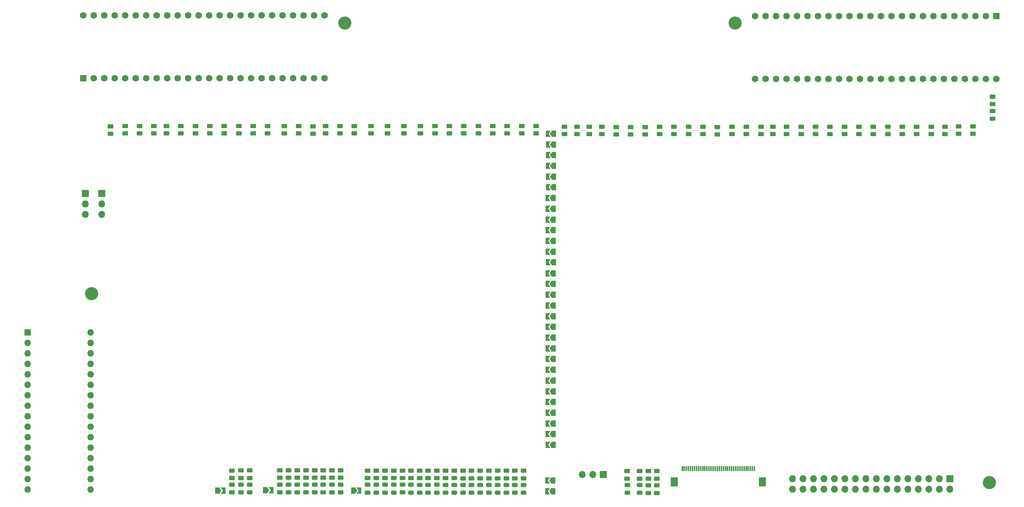
<source format=gbr>
%TF.GenerationSoftware,KiCad,Pcbnew,8.0.4*%
%TF.CreationDate,2025-02-24T13:32:17+01:00*%
%TF.ProjectId,RAMON_DEV,52414d4f-4e5f-4444-9556-2e6b69636164,rev?*%
%TF.SameCoordinates,Original*%
%TF.FileFunction,Soldermask,Top*%
%TF.FilePolarity,Negative*%
%FSLAX46Y46*%
G04 Gerber Fmt 4.6, Leading zero omitted, Abs format (unit mm)*
G04 Created by KiCad (PCBNEW 8.0.4) date 2025-02-24 13:32:17*
%MOMM*%
%LPD*%
G01*
G04 APERTURE LIST*
G04 Aperture macros list*
%AMRoundRect*
0 Rectangle with rounded corners*
0 $1 Rounding radius*
0 $2 $3 $4 $5 $6 $7 $8 $9 X,Y pos of 4 corners*
0 Add a 4 corners polygon primitive as box body*
4,1,4,$2,$3,$4,$5,$6,$7,$8,$9,$2,$3,0*
0 Add four circle primitives for the rounded corners*
1,1,$1+$1,$2,$3*
1,1,$1+$1,$4,$5*
1,1,$1+$1,$6,$7*
1,1,$1+$1,$8,$9*
0 Add four rect primitives between the rounded corners*
20,1,$1+$1,$2,$3,$4,$5,0*
20,1,$1+$1,$4,$5,$6,$7,0*
20,1,$1+$1,$6,$7,$8,$9,0*
20,1,$1+$1,$8,$9,$2,$3,0*%
%AMFreePoly0*
4,1,6,0.500000,-0.750000,-0.650000,-0.750000,-0.150000,0.000000,-0.650000,0.750000,0.500000,0.750000,0.500000,-0.750000,0.500000,-0.750000,$1*%
%AMFreePoly1*
4,1,6,1.000000,0.000000,0.500000,-0.750000,-0.500000,-0.750000,-0.500000,0.750000,0.500000,0.750000,1.000000,0.000000,1.000000,0.000000,$1*%
G04 Aperture macros list end*
%ADD10RoundRect,0.250000X-0.450000X0.262500X-0.450000X-0.262500X0.450000X-0.262500X0.450000X0.262500X0*%
%ADD11RoundRect,0.250000X0.450000X-0.262500X0.450000X0.262500X-0.450000X0.262500X-0.450000X-0.262500X0*%
%ADD12RoundRect,0.243750X0.456250X-0.243750X0.456250X0.243750X-0.456250X0.243750X-0.456250X-0.243750X0*%
%ADD13FreePoly0,180.000000*%
%ADD14FreePoly1,180.000000*%
%ADD15C,1.600000*%
%ADD16R,1.600000X1.600000*%
%ADD17O,1.700000X1.700000*%
%ADD18R,1.700000X1.700000*%
%ADD19FreePoly0,0.000000*%
%ADD20FreePoly1,0.000000*%
%ADD21C,3.200000*%
%ADD22O,1.600000X1.600000*%
%ADD23R,1.800000X2.200000*%
%ADD24R,0.300000X1.300000*%
G04 APERTURE END LIST*
D10*
%TO.C,R8*%
X209860000Y-63390000D03*
X209860000Y-61565000D03*
%TD*%
D11*
%TO.C,R79*%
X120985000Y-144977500D03*
X120985000Y-146802500D03*
%TD*%
D12*
%TO.C,D23*%
X137785000Y-148477500D03*
X137785000Y-150352500D03*
%TD*%
D13*
%TO.C,JP10*%
X152010000Y-123140000D03*
D14*
X153460000Y-123140000D03*
%TD*%
D12*
%TO.C,D29*%
X79835000Y-148402500D03*
X79835000Y-150277500D03*
%TD*%
D10*
%TO.C,R52*%
X135210000Y-63227500D03*
X135210000Y-61402500D03*
%TD*%
D11*
%TO.C,R72*%
X99785000Y-144902500D03*
X99785000Y-146727500D03*
%TD*%
D10*
%TO.C,R26*%
X213360000Y-63390000D03*
X213360000Y-61565000D03*
%TD*%
%TO.C,R54*%
X105210000Y-63227500D03*
X105210000Y-61402500D03*
%TD*%
%TO.C,R21*%
X206560000Y-63390000D03*
X206560000Y-61565000D03*
%TD*%
D12*
%TO.C,D27*%
X146185000Y-148477500D03*
X146185000Y-150352500D03*
%TD*%
D10*
%TO.C,R59*%
X149210000Y-63227500D03*
X149210000Y-61402500D03*
%TD*%
D11*
%TO.C,R95*%
X259660000Y-54290000D03*
X259660000Y-56115000D03*
%TD*%
%TO.C,R99*%
X178460000Y-145115000D03*
X178460000Y-146940000D03*
%TD*%
D12*
%TO.C,D20*%
X131485000Y-148477500D03*
X131485000Y-150352500D03*
%TD*%
%TO.C,D13*%
X116835000Y-148415000D03*
X116835000Y-150290000D03*
%TD*%
D10*
%TO.C,R55*%
X98210000Y-63227500D03*
X98210000Y-61402500D03*
%TD*%
D12*
%TO.C,D26*%
X144085000Y-148477500D03*
X144085000Y-150352500D03*
%TD*%
D11*
%TO.C,R77*%
X116835000Y-144977500D03*
X116835000Y-146802500D03*
%TD*%
%TO.C,R69*%
X93485000Y-144902500D03*
X93485000Y-146727500D03*
%TD*%
%TO.C,R75*%
X112635000Y-144977500D03*
X112635000Y-146802500D03*
%TD*%
D12*
%TO.C,D18*%
X127285000Y-148452500D03*
X127285000Y-150327500D03*
%TD*%
D15*
%TO.C,U1*%
X260620000Y-49980000D03*
X258080000Y-49980000D03*
X255540000Y-49980000D03*
X253000000Y-49980000D03*
X250460000Y-49980000D03*
X247920000Y-49980000D03*
X245380000Y-49980000D03*
X242840000Y-49980000D03*
X240300000Y-49980000D03*
X237760000Y-49980000D03*
X235220000Y-49980000D03*
X232680000Y-49980000D03*
X230140000Y-49980000D03*
X227600000Y-49980000D03*
X225060000Y-49980000D03*
X222520000Y-49980000D03*
X219980000Y-49980000D03*
X217440000Y-49980000D03*
X214900000Y-49980000D03*
X212360000Y-49980000D03*
X209820000Y-49980000D03*
X207280000Y-49980000D03*
X204740000Y-49980000D03*
X202200000Y-49980000D03*
X202200000Y-34740000D03*
X204740000Y-34740000D03*
X207280000Y-34740000D03*
X209820000Y-34740000D03*
X212360000Y-34740000D03*
X214900000Y-34740000D03*
X217440000Y-34740000D03*
X219980000Y-34740000D03*
X222520000Y-34740000D03*
X225060000Y-34740000D03*
X227600000Y-34740000D03*
X230140000Y-34740000D03*
X232680000Y-34740000D03*
X235220000Y-34740000D03*
X237760000Y-34740000D03*
X240300000Y-34740000D03*
X242840000Y-34740000D03*
X245380000Y-34740000D03*
X247920000Y-34740000D03*
X250460000Y-34740000D03*
X253000000Y-34740000D03*
X255540000Y-34740000D03*
X258080000Y-34740000D03*
D16*
X260620000Y-34740000D03*
%TD*%
D10*
%TO.C,R44*%
X88210000Y-63227500D03*
X88210000Y-61402500D03*
%TD*%
D13*
%TO.C,JP33*%
X152060000Y-63290000D03*
D14*
X153510000Y-63290000D03*
%TD*%
D12*
%TO.C,D30*%
X77735000Y-148390000D03*
X77735000Y-150265000D03*
%TD*%
D10*
%TO.C,R20*%
X165110000Y-63390000D03*
X165110000Y-61565000D03*
%TD*%
D13*
%TO.C,JP12*%
X152010000Y-86690000D03*
D14*
X153460000Y-86690000D03*
%TD*%
D12*
%TO.C,D9*%
X101885000Y-148352500D03*
X101885000Y-150227500D03*
%TD*%
D13*
%TO.C,JP27*%
X152035000Y-91890000D03*
D14*
X153485000Y-91890000D03*
%TD*%
D11*
%TO.C,R94*%
X77735000Y-144940000D03*
X77735000Y-146765000D03*
%TD*%
D10*
%TO.C,R51*%
X128210000Y-63227500D03*
X128210000Y-61402500D03*
%TD*%
%TO.C,R46*%
X53210000Y-63227500D03*
X53210000Y-61402500D03*
%TD*%
D13*
%TO.C,JP7*%
X152010000Y-104940000D03*
D14*
X153460000Y-104940000D03*
%TD*%
D13*
%TO.C,JP30*%
X152060000Y-94490000D03*
D14*
X153510000Y-94490000D03*
%TD*%
D10*
%TO.C,R39*%
X101710000Y-63227500D03*
X101710000Y-61402500D03*
%TD*%
%TO.C,R42*%
X117210000Y-63227500D03*
X117210000Y-61402500D03*
%TD*%
D12*
%TO.C,D14*%
X118935000Y-148427500D03*
X118935000Y-150302500D03*
%TD*%
D10*
%TO.C,R1*%
X251460000Y-63315000D03*
X251460000Y-61490000D03*
%TD*%
D12*
%TO.C,D11*%
X112635000Y-148427500D03*
X112635000Y-150302500D03*
%TD*%
D10*
%TO.C,R57*%
X70210000Y-63227500D03*
X70210000Y-61402500D03*
%TD*%
D13*
%TO.C,JP20*%
X152060000Y-73690000D03*
D14*
X153510000Y-73690000D03*
%TD*%
D13*
%TO.C,JP22*%
X152010000Y-102340000D03*
D14*
X153460000Y-102340000D03*
%TD*%
D12*
%TO.C,D10*%
X110535000Y-148427500D03*
X110535000Y-150302500D03*
%TD*%
D10*
%TO.C,R27*%
X156110000Y-63390000D03*
X156110000Y-61565000D03*
%TD*%
D17*
%TO.C,J2*%
X160380001Y-145890000D03*
X162920000Y-145890000D03*
D18*
X165460000Y-145890000D03*
%TD*%
D11*
%TO.C,R82*%
X127285000Y-144977500D03*
X127285000Y-146802500D03*
%TD*%
D10*
%TO.C,R12*%
X216860000Y-63390000D03*
X216860000Y-61565000D03*
%TD*%
D13*
%TO.C,JP11*%
X152010000Y-81490000D03*
D14*
X153460000Y-81490000D03*
%TD*%
D10*
%TO.C,R35*%
X113210000Y-63227500D03*
X113210000Y-61402500D03*
%TD*%
%TO.C,R17*%
X168610000Y-63477500D03*
X168610000Y-61652500D03*
%TD*%
D15*
%TO.C,U13*%
X39560000Y-34590000D03*
X42100000Y-34590000D03*
X44640000Y-34590000D03*
X47180000Y-34590000D03*
X49720000Y-34590000D03*
X52260000Y-34590000D03*
X54800000Y-34590000D03*
X57340000Y-34590000D03*
X59880000Y-34590000D03*
X62420000Y-34590000D03*
X64960000Y-34590000D03*
X67500000Y-34590000D03*
X70040000Y-34590000D03*
X72580000Y-34590000D03*
X75120000Y-34590000D03*
X77660000Y-34590000D03*
X80200000Y-34590000D03*
X82740000Y-34590000D03*
X85280000Y-34590000D03*
X87820000Y-34590000D03*
X90360000Y-34590000D03*
X92900000Y-34590000D03*
X95440000Y-34590000D03*
X97980000Y-34590000D03*
X97980000Y-49830000D03*
X95440000Y-49830000D03*
X92900000Y-49830000D03*
X90360000Y-49830000D03*
X87820000Y-49830000D03*
X85280000Y-49830000D03*
X82740000Y-49830000D03*
X80200000Y-49830000D03*
X77660000Y-49830000D03*
X75120000Y-49830000D03*
X72580000Y-49830000D03*
X70040000Y-49830000D03*
X67500000Y-49830000D03*
X64960000Y-49830000D03*
X62420000Y-49830000D03*
X59880000Y-49830000D03*
X57340000Y-49830000D03*
X54800000Y-49830000D03*
X52260000Y-49830000D03*
X49720000Y-49830000D03*
X47180000Y-49830000D03*
X44640000Y-49830000D03*
X42100000Y-49830000D03*
D16*
X39560000Y-49830000D03*
%TD*%
D10*
%TO.C,R41*%
X124710000Y-63227500D03*
X124710000Y-61402500D03*
%TD*%
%TO.C,R5*%
X234360000Y-63390000D03*
X234360000Y-61565000D03*
%TD*%
D11*
%TO.C,R91*%
X146185000Y-145027500D03*
X146185000Y-146852500D03*
%TD*%
D19*
%TO.C,JP43*%
X73485000Y-149790000D03*
D20*
X72035000Y-149790000D03*
%TD*%
D10*
%TO.C,R16*%
X241360000Y-63390000D03*
X241360000Y-61565000D03*
%TD*%
D13*
%TO.C,JP16*%
X152085000Y-65890000D03*
D14*
X153535000Y-65890000D03*
%TD*%
D11*
%TO.C,R66*%
X87135000Y-144902500D03*
X87135000Y-146727500D03*
%TD*%
D12*
%TO.C,D28*%
X75585000Y-148415000D03*
X75585000Y-150290000D03*
%TD*%
D11*
%TO.C,R86*%
X135685000Y-145027500D03*
X135685000Y-146852500D03*
%TD*%
D10*
%TO.C,R63*%
X142210000Y-63227500D03*
X142210000Y-61402500D03*
%TD*%
D13*
%TO.C,JP9*%
X152010000Y-117940000D03*
D14*
X153460000Y-117940000D03*
%TD*%
D10*
%TO.C,R19*%
X172110000Y-63477500D03*
X172110000Y-61652500D03*
%TD*%
%TO.C,R4*%
X179110000Y-63390000D03*
X179110000Y-61565000D03*
%TD*%
%TO.C,R56*%
X109210000Y-63227500D03*
X109210000Y-61402500D03*
%TD*%
D12*
%TO.C,D33*%
X174310000Y-148474998D03*
X174310000Y-150350000D03*
%TD*%
D11*
%TO.C,R84*%
X131485000Y-145027500D03*
X131485000Y-146852500D03*
%TD*%
%TO.C,R73*%
X101885000Y-144902500D03*
X101885000Y-146727500D03*
%TD*%
D10*
%TO.C,R7*%
X203610000Y-63390000D03*
X203610000Y-61565000D03*
%TD*%
D12*
%TO.C,D32*%
X171270000Y-148444998D03*
X171270000Y-150320000D03*
%TD*%
D10*
%TO.C,R31*%
X162060000Y-63390000D03*
X162060000Y-61565000D03*
%TD*%
%TO.C,R49*%
X138710000Y-63227500D03*
X138710000Y-61402500D03*
%TD*%
D13*
%TO.C,JP5*%
X152010000Y-133540000D03*
D14*
X153460000Y-133540000D03*
%TD*%
D17*
%TO.C,J6*%
X40070000Y-82840000D03*
X40070000Y-80300000D03*
D18*
X40070000Y-77760000D03*
%TD*%
D11*
%TO.C,R97*%
X174310000Y-145115000D03*
X174310000Y-146940000D03*
%TD*%
D21*
%TO.C,H3*%
X197360000Y-36490000D03*
%TD*%
D10*
%TO.C,R3*%
X186110000Y-63390000D03*
X186110000Y-61565000D03*
%TD*%
D17*
%TO.C,J7*%
X44070000Y-82840000D03*
X44070000Y-80300000D03*
D18*
X44070000Y-77760000D03*
%TD*%
D19*
%TO.C,JP41*%
X106360000Y-149802500D03*
D20*
X104910000Y-149802500D03*
%TD*%
D10*
%TO.C,R60*%
X77210000Y-63227500D03*
X77210000Y-61402500D03*
%TD*%
D13*
%TO.C,JP25*%
X152010000Y-115340000D03*
D14*
X153460000Y-115340000D03*
%TD*%
D10*
%TO.C,R28*%
X220360000Y-63390000D03*
X220360000Y-61565000D03*
%TD*%
%TO.C,R9*%
X182610000Y-63390000D03*
X182610000Y-61565000D03*
%TD*%
D12*
%TO.C,D16*%
X123085000Y-148452500D03*
X123085000Y-150327500D03*
%TD*%
D13*
%TO.C,JP24*%
X152010000Y-89290000D03*
D14*
X153460000Y-89290000D03*
%TD*%
D10*
%TO.C,R37*%
X66710000Y-63227500D03*
X66710000Y-61402500D03*
%TD*%
D11*
%TO.C,R93*%
X79835000Y-144940000D03*
X79835000Y-146765000D03*
%TD*%
%TO.C,R96*%
X171260001Y-145090001D03*
X171260001Y-146915001D03*
%TD*%
%TO.C,R68*%
X91385000Y-144902500D03*
X91385000Y-146727500D03*
%TD*%
D12*
%TO.C,D21*%
X133585000Y-148477500D03*
X133585000Y-150352500D03*
%TD*%
D13*
%TO.C,JP4*%
X152010000Y-128340000D03*
D14*
X153460000Y-128340000D03*
%TD*%
D11*
%TO.C,R65*%
X108435000Y-144977500D03*
X108435000Y-146802500D03*
%TD*%
D10*
%TO.C,R6*%
X227360000Y-63390000D03*
X227360000Y-61565000D03*
%TD*%
D11*
%TO.C,R87*%
X137785000Y-145027500D03*
X137785000Y-146852500D03*
%TD*%
D13*
%TO.C,JP34*%
X152010000Y-112740000D03*
D14*
X153460000Y-112740000D03*
%TD*%
D12*
%TO.C,D25*%
X141985000Y-148477500D03*
X141985000Y-150352500D03*
%TD*%
D11*
%TO.C,R74*%
X110535000Y-144977500D03*
X110535000Y-146802500D03*
%TD*%
D12*
%TO.C,D15*%
X120985000Y-148452500D03*
X120985000Y-150327500D03*
%TD*%
D10*
%TO.C,R53*%
X91710000Y-63227500D03*
X91710000Y-61402500D03*
%TD*%
%TO.C,R22*%
X193110000Y-63477500D03*
X193110000Y-61652500D03*
%TD*%
D12*
%TO.C,D1*%
X108435000Y-148427500D03*
X108435000Y-150302500D03*
%TD*%
D13*
%TO.C,JP28*%
X152010000Y-110140000D03*
D14*
X153460000Y-110140000D03*
%TD*%
D19*
%TO.C,JP42*%
X85085000Y-149777500D03*
D20*
X83635000Y-149777500D03*
%TD*%
D21*
%TO.C,H1*%
X258960000Y-147890000D03*
%TD*%
D13*
%TO.C,JP21*%
X152060000Y-76290000D03*
D14*
X153510000Y-76290000D03*
%TD*%
D10*
%TO.C,R64*%
X145710000Y-63227500D03*
X145710000Y-61402500D03*
%TD*%
D13*
%TO.C,JP31*%
X152010000Y-120540000D03*
D14*
X153460000Y-120540000D03*
%TD*%
D11*
%TO.C,R80*%
X123085000Y-144977500D03*
X123085000Y-146802500D03*
%TD*%
D10*
%TO.C,R45*%
X56710000Y-63227500D03*
X56710000Y-61402500D03*
%TD*%
D12*
%TO.C,D8*%
X99785000Y-148352500D03*
X99785000Y-150227500D03*
%TD*%
D11*
%TO.C,R76*%
X114735000Y-144977500D03*
X114735000Y-146802500D03*
%TD*%
D13*
%TO.C,JP8*%
X152010000Y-99740000D03*
D14*
X153460000Y-99740000D03*
%TD*%
D12*
%TO.C,D6*%
X95585000Y-148352500D03*
X95585000Y-150227500D03*
%TD*%
%TO.C,D7*%
X97685000Y-148352500D03*
X97685000Y-150227500D03*
%TD*%
D13*
%TO.C,JP13*%
X151985000Y-138740000D03*
D14*
X153435000Y-138740000D03*
%TD*%
D10*
%TO.C,R47*%
X63210000Y-63227500D03*
X63210000Y-61402500D03*
%TD*%
D12*
%TO.C,D34*%
X176385001Y-148514998D03*
X176385001Y-150390000D03*
%TD*%
%TO.C,D2*%
X87135000Y-148352500D03*
X87135000Y-150227500D03*
%TD*%
%TO.C,D5*%
X93485000Y-148352500D03*
X93485000Y-150227500D03*
%TD*%
D10*
%TO.C,R11*%
X223860000Y-63390000D03*
X223860000Y-61565000D03*
%TD*%
%TO.C,R34*%
X46210000Y-63315000D03*
X46210000Y-61490000D03*
%TD*%
%TO.C,R15*%
X237860000Y-63390000D03*
X237860000Y-61565000D03*
%TD*%
%TO.C,R43*%
X80710000Y-63227500D03*
X80710000Y-61402500D03*
%TD*%
%TO.C,R58*%
X84210000Y-63227500D03*
X84210000Y-61402500D03*
%TD*%
D11*
%TO.C,R89*%
X141985000Y-145027500D03*
X141985000Y-146852500D03*
%TD*%
%TO.C,R67*%
X89235000Y-144902500D03*
X89235000Y-146727500D03*
%TD*%
D10*
%TO.C,R48*%
X59710000Y-63227500D03*
X59710000Y-61402500D03*
%TD*%
D13*
%TO.C,JP26*%
X152010000Y-130940000D03*
D14*
X153460000Y-130940000D03*
%TD*%
D13*
%TO.C,JP2*%
X152060000Y-71090000D03*
D14*
X153510000Y-71090000D03*
%TD*%
D12*
%TO.C,D35*%
X178460000Y-148514998D03*
X178460000Y-150390000D03*
%TD*%
D11*
%TO.C,R85*%
X133585000Y-145027500D03*
X133585000Y-146852500D03*
%TD*%
D10*
%TO.C,R24*%
X196610000Y-63390000D03*
X196610000Y-61565000D03*
%TD*%
D13*
%TO.C,JP15*%
X152060000Y-68490000D03*
D14*
X153510000Y-68490000D03*
%TD*%
D10*
%TO.C,R2*%
X254960000Y-63315000D03*
X254960000Y-61490000D03*
%TD*%
D12*
%TO.C,D17*%
X125185000Y-148427500D03*
X125185000Y-150302500D03*
%TD*%
D10*
%TO.C,R18*%
X175610000Y-63477500D03*
X175610000Y-61652500D03*
%TD*%
D13*
%TO.C,JP32*%
X152010000Y-107540000D03*
D14*
X153460000Y-107540000D03*
%TD*%
D11*
%TO.C,R83*%
X129385000Y-144990000D03*
X129385000Y-146815000D03*
%TD*%
D10*
%TO.C,R36*%
X121210000Y-63227500D03*
X121210000Y-61402500D03*
%TD*%
D13*
%TO.C,JP19*%
X151910000Y-147365000D03*
D14*
X153360000Y-147365000D03*
%TD*%
D10*
%TO.C,R38*%
X73710000Y-63227500D03*
X73710000Y-61402500D03*
%TD*%
D13*
%TO.C,JP14*%
X152010000Y-136140000D03*
D14*
X153460000Y-136140000D03*
%TD*%
D12*
%TO.C,D4*%
X91385000Y-148352500D03*
X91385000Y-150227500D03*
%TD*%
D21*
%TO.C,H2*%
X41560000Y-102090000D03*
%TD*%
D12*
%TO.C,D24*%
X139885000Y-148477500D03*
X139885000Y-150352500D03*
%TD*%
D11*
%TO.C,R70*%
X95585000Y-144902500D03*
X95585000Y-146727500D03*
%TD*%
D10*
%TO.C,R25*%
X230860000Y-63390000D03*
X230860000Y-61565000D03*
%TD*%
%TO.C,R13*%
X244860000Y-63390000D03*
X244860000Y-61565000D03*
%TD*%
D13*
%TO.C,JP29*%
X152035000Y-97140000D03*
D14*
X153485000Y-97140000D03*
%TD*%
D11*
%TO.C,R90*%
X144085000Y-145027500D03*
X144085000Y-146852500D03*
%TD*%
D10*
%TO.C,R40*%
X95210000Y-63315000D03*
X95210000Y-61490000D03*
%TD*%
D11*
%TO.C,R71*%
X97685000Y-144902500D03*
X97685000Y-146727500D03*
%TD*%
D13*
%TO.C,JP3*%
X152035000Y-78890000D03*
D14*
X153485000Y-78890000D03*
%TD*%
D13*
%TO.C,JP17*%
X151910000Y-150015000D03*
D14*
X153360000Y-150015000D03*
%TD*%
D12*
%TO.C,D22*%
X135685000Y-148477500D03*
X135685000Y-150352500D03*
%TD*%
%TO.C,D19*%
X129385000Y-148477500D03*
X129385000Y-150352500D03*
%TD*%
D21*
%TO.C,H4*%
X102860000Y-36490000D03*
%TD*%
D11*
%TO.C,R78*%
X118935000Y-144977500D03*
X118935000Y-146802500D03*
%TD*%
D10*
%TO.C,R10*%
X189610000Y-63390000D03*
X189610000Y-61565000D03*
%TD*%
%TO.C,R23*%
X200110000Y-63390000D03*
X200110000Y-61565000D03*
%TD*%
%TO.C,R33*%
X49710000Y-63227500D03*
X49710000Y-61402500D03*
%TD*%
D13*
%TO.C,JP6*%
X152010000Y-84090000D03*
D14*
X153460000Y-84090000D03*
%TD*%
D12*
%TO.C,D31*%
X259689999Y-57814998D03*
X259689999Y-59690000D03*
%TD*%
D11*
%TO.C,R88*%
X139885000Y-145027500D03*
X139885000Y-146852500D03*
%TD*%
D17*
%TO.C,J8*%
X249360000Y-149490000D03*
X246820000Y-149490000D03*
X244280000Y-149490000D03*
X241740000Y-149490000D03*
X239200000Y-149490000D03*
X236660000Y-149490000D03*
X234120000Y-149490000D03*
X231580000Y-149490000D03*
X229040000Y-149490000D03*
X226500000Y-149490000D03*
X223960000Y-149490000D03*
X221420000Y-149490000D03*
X218880000Y-149490000D03*
X216340000Y-149490000D03*
X213800000Y-149490000D03*
X211260000Y-149490000D03*
X211260000Y-146950000D03*
X213800000Y-146950000D03*
X216340000Y-146950000D03*
X218880000Y-146950000D03*
X221420000Y-146950000D03*
X223960000Y-146950000D03*
X226500000Y-146950000D03*
X229040000Y-146950000D03*
X231580000Y-146950000D03*
X234120000Y-146950000D03*
X236660000Y-146950000D03*
X239200000Y-146950000D03*
X241740000Y-146950000D03*
X244280000Y-146950000D03*
X246820000Y-146950000D03*
D18*
X249360000Y-146950000D03*
%TD*%
D12*
%TO.C,D3*%
X89235000Y-148352500D03*
X89235000Y-150227500D03*
%TD*%
D10*
%TO.C,R50*%
X131710000Y-63227500D03*
X131710000Y-61402500D03*
%TD*%
D22*
%TO.C,J1*%
X41360000Y-111510000D03*
X41360000Y-114050000D03*
X41360000Y-116590000D03*
X41360000Y-119130000D03*
X41360000Y-121670000D03*
X41360000Y-124210000D03*
X41360000Y-126750000D03*
X41360000Y-129290000D03*
X41360000Y-131830000D03*
X41360000Y-134370000D03*
X41360000Y-136910000D03*
X41360000Y-139450000D03*
X41360000Y-141990000D03*
X41360000Y-144530000D03*
X41360000Y-147070000D03*
X41360000Y-149610000D03*
X26120000Y-149609999D03*
X26120000Y-147070000D03*
X26120000Y-144530000D03*
X26120000Y-141990000D03*
X26120000Y-139449999D03*
X26120000Y-136910000D03*
X26120000Y-134370000D03*
X26120000Y-131830000D03*
X26120000Y-129290001D03*
X26120000Y-126750000D03*
X26120000Y-124210000D03*
X26120000Y-121670000D03*
X26120000Y-119130000D03*
X26120000Y-116589999D03*
X26120000Y-114050000D03*
D16*
X26120000Y-111510000D03*
%TD*%
D11*
%TO.C,R98*%
X176385001Y-145115000D03*
X176385001Y-146940000D03*
%TD*%
%TO.C,R92*%
X75585000Y-144965000D03*
X75585000Y-146790000D03*
%TD*%
D12*
%TO.C,D12*%
X114735000Y-148427500D03*
X114735000Y-150302500D03*
%TD*%
D11*
%TO.C,R81*%
X125185000Y-144977500D03*
X125185000Y-146802500D03*
%TD*%
D23*
%TO.C,J4*%
X203960000Y-147740000D03*
X182660000Y-147740000D03*
D24*
X202060000Y-144490000D03*
X201559999Y-144490000D03*
X201060000Y-144490000D03*
X200560000Y-144490000D03*
X200060000Y-144490000D03*
X199560000Y-144490000D03*
X199060000Y-144489999D03*
X198560000Y-144490000D03*
X198060000Y-144490000D03*
X197560000Y-144490000D03*
X197060000Y-144490000D03*
X196560000Y-144489999D03*
X196060000Y-144490000D03*
X195560000Y-144490000D03*
X195059999Y-144490000D03*
X194560000Y-144490000D03*
X194060001Y-144490000D03*
X193560000Y-144490000D03*
X193060000Y-144490000D03*
X192559999Y-144490000D03*
X192060000Y-144490000D03*
X191560001Y-144490000D03*
X191060000Y-144490000D03*
X190560000Y-144490000D03*
X190060000Y-144489999D03*
X189560000Y-144490000D03*
X189060000Y-144490000D03*
X188560000Y-144490000D03*
X188060000Y-144490000D03*
X187560000Y-144489999D03*
X187060000Y-144490000D03*
X186560000Y-144490000D03*
X186060000Y-144490000D03*
X185560000Y-144490000D03*
X185060001Y-144490000D03*
X184560000Y-144490000D03*
%TD*%
D13*
%TO.C,JP23*%
X152010000Y-125740000D03*
D14*
X153460000Y-125740000D03*
%TD*%
D10*
%TO.C,R14*%
X248160000Y-63390000D03*
X248160000Y-61565000D03*
%TD*%
%TO.C,R32*%
X159110000Y-63390000D03*
X159110000Y-61565000D03*
%TD*%
M02*

</source>
